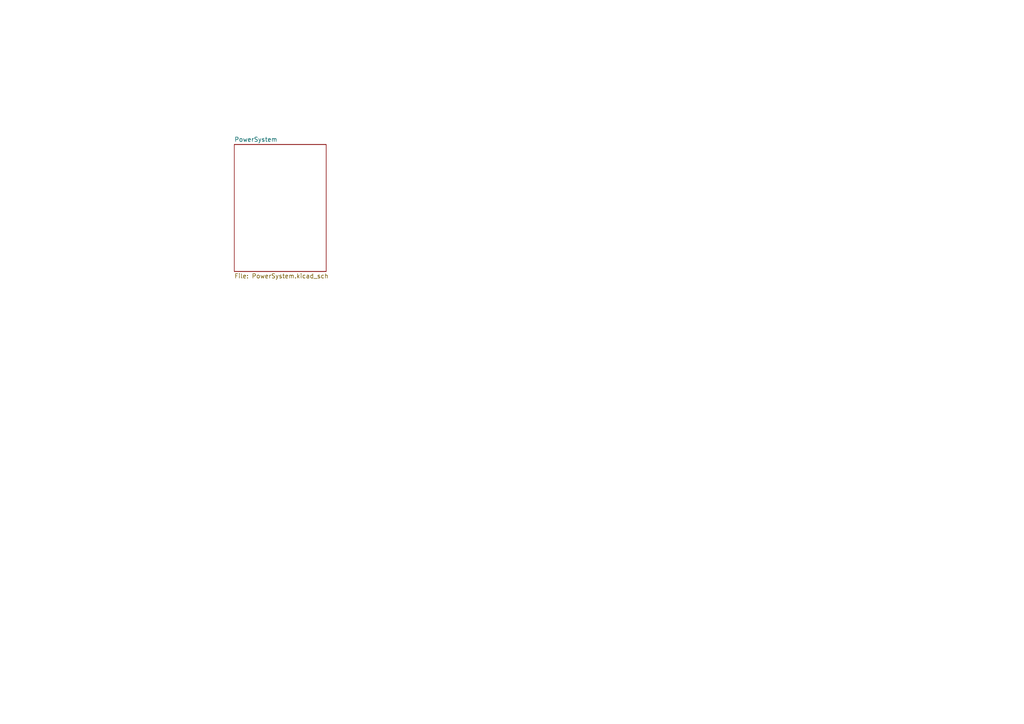
<source format=kicad_sch>
(kicad_sch
	(version 20250114)
	(generator "eeschema")
	(generator_version "9.0")
	(uuid "a74da86b-7498-4a33-8de4-88468d6285b4")
	(paper "A4")
	(lib_symbols)
	(sheet
		(at 67.945 41.91)
		(size 26.67 36.83)
		(exclude_from_sim no)
		(in_bom yes)
		(on_board yes)
		(dnp no)
		(fields_autoplaced yes)
		(stroke
			(width 0.1524)
			(type solid)
		)
		(fill
			(color 0 0 0 0.0000)
		)
		(uuid "931a2927-39d7-42ce-abbc-c42961489b4f")
		(property "Sheetname" "PowerSystem"
			(at 67.945 41.1984 0)
			(effects
				(font
					(size 1.27 1.27)
				)
				(justify left bottom)
			)
		)
		(property "Sheetfile" "PowerSystem.kicad_sch"
			(at 67.945 79.3246 0)
			(effects
				(font
					(size 1.27 1.27)
				)
				(justify left top)
			)
		)
		(instances
			(project "BrailleCellDevelopementBoard"
				(path "/a74da86b-7498-4a33-8de4-88468d6285b4"
					(page "2")
				)
			)
		)
	)
	(sheet_instances
		(path "/"
			(page "1")
		)
	)
	(embedded_fonts no)
)

</source>
